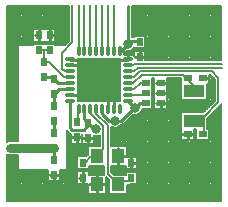
<source format=gtl>
%FSLAX24Y24*%
%MOIN*%
G70*
G01*
G75*
G04 Layer_Physical_Order=1*
G04 Layer_Color=255*
%ADD10C,0.0080*%
%ADD11R,0.0200X0.0250*%
%ADD12O,0.0118X0.0335*%
%ADD13O,0.0335X0.0118*%
%ADD14R,0.1457X0.1457*%
%ADD15R,0.0433X0.0472*%
%ADD16R,0.0709X0.0394*%
%ADD17R,0.0250X0.0200*%
%ADD18C,0.0100*%
%ADD19C,0.0060*%
%ADD20C,0.0300*%
%ADD21C,0.0320*%
%ADD22C,0.0240*%
D10*
X7261Y3316D02*
G03*
X7280Y3341I-85J85D01*
G01*
X7261Y3316D02*
G03*
X7280Y3341I-85J85D01*
G01*
X4108Y5101D02*
G03*
X4365Y5210I47J245D01*
G01*
X4365Y4956D02*
G03*
X4278Y4984I-87J-121D01*
G01*
X4329Y2983D02*
G03*
X4653Y3186I77J238D01*
G01*
X3945Y2657D02*
G03*
X4044Y2698I0J140D01*
G01*
X4171Y654D02*
G03*
X4228Y668I0J120D01*
G01*
X4171Y654D02*
G03*
X4228Y668I0J120D01*
G01*
X3945Y2657D02*
G03*
X4044Y2698I0J140D01*
G01*
X3612Y2577D02*
G03*
X3938Y2657I119J220D01*
G01*
X3021Y2271D02*
G03*
X3225Y2300I69J240D01*
G01*
X2208Y2383D02*
G03*
X2261Y2350I99J99D01*
G01*
X2208Y2383D02*
G03*
X2261Y2350I99J99D01*
G01*
X235Y2118D02*
G03*
X120Y2088I0J-240D01*
G01*
X120Y1667D02*
G03*
X235Y1638I115J211D01*
G01*
X7229Y4806D02*
X7229Y6630D01*
X7280Y4806D02*
X7280Y6630D01*
X7159Y4806D02*
X7159Y6630D01*
X4745Y5073D02*
X7280Y5073D01*
X4745Y5003D02*
X7280Y5003D01*
X4745Y5213D02*
X7280Y5213D01*
X6739Y4806D02*
X6739Y6630D01*
X6809Y4806D02*
X6809Y6630D01*
X6669Y4806D02*
X6669Y6630D01*
X6949Y4806D02*
X6949Y6630D01*
X7019Y4806D02*
X7019Y6630D01*
X6879Y4806D02*
X6879Y6630D01*
X6389Y4806D02*
X6389Y6630D01*
X6459Y4806D02*
X6459Y6630D01*
X6319Y4806D02*
X6319Y6630D01*
X6599Y4806D02*
X6599Y6630D01*
X7089Y4806D02*
X7089Y6630D01*
X6529Y4806D02*
X6529Y6630D01*
X6039Y4806D02*
X6039Y6630D01*
X6109Y4806D02*
X6109Y6630D01*
X5969Y4806D02*
X5969Y6630D01*
X6249Y4806D02*
X6249Y6630D01*
X6179Y4806D02*
X6179Y6630D01*
X4295Y6263D02*
X7280Y6263D01*
X4295Y6193D02*
X7280Y6193D01*
X4295Y6333D02*
X7280Y6333D01*
X4295Y6053D02*
X7280Y6053D01*
X4295Y5983D02*
X7280Y5983D01*
X4295Y6123D02*
X7280Y6123D01*
X4295Y6613D02*
X7280Y6613D01*
X4295Y6543D02*
X7280Y6543D01*
X4295Y6630D02*
X7280Y6630D01*
X4295Y6403D02*
X7280Y6403D01*
X4295Y6473D02*
X7280Y6473D01*
X4745Y5493D02*
X7280Y5493D01*
X4745Y5423D02*
X7280Y5423D01*
X4745Y5563D02*
X7280Y5563D01*
X4745Y5353D02*
X7280Y5353D01*
X4745Y5283D02*
X7280Y5283D01*
X4301Y5143D02*
X7280Y5143D01*
X4295Y5843D02*
X7280Y5843D01*
X4295Y5773D02*
X7280Y5773D01*
X4295Y5913D02*
X7280Y5913D01*
X4295Y5633D02*
X7280Y5633D01*
X4295Y5703D02*
X7280Y5703D01*
X6907Y4324D02*
X7056Y4175D01*
X6876Y4163D02*
X7056Y4163D01*
X6876Y4093D02*
X7056Y4093D01*
X6806Y3883D02*
X7056Y3883D01*
X6806Y3813D02*
X7056Y3813D01*
X6806Y4023D02*
X7056Y4023D01*
X6876Y4303D02*
X6928Y4303D01*
X6876Y4026D02*
X6876Y4324D01*
X6907Y4324D01*
X6876Y4233D02*
X6998Y4233D01*
X6806Y4026D02*
X6876Y4026D01*
X6806Y3953D02*
X7056Y3953D01*
X6806Y3673D02*
X7056Y3673D01*
X6806Y3603D02*
X7056Y3603D01*
X6806Y3743D02*
X7056Y3743D01*
X6806Y3533D02*
X7056Y3533D01*
X7019Y3414D02*
X7019Y4212D01*
X6949Y3344D02*
X6949Y4282D01*
X6879Y3274D02*
X6879Y4324D01*
X7056Y3451D02*
X7056Y4175D01*
X6806Y3485D02*
X6806Y4026D01*
X4745Y4863D02*
X7280Y4863D01*
X4745Y4806D02*
X7280Y4806D01*
X4745Y4933D02*
X7280Y4933D01*
X5946Y4059D02*
X5946Y4198D01*
X5476Y4163D02*
X5946Y4163D01*
X5476Y4093D02*
X5946Y4093D01*
X5476Y4023D02*
X5917Y4023D01*
X5476Y4203D02*
X5941Y4203D01*
X5476Y3883D02*
X5917Y3883D01*
X5476Y3953D02*
X5917Y3953D01*
X5917Y3485D02*
X6806Y3485D01*
X5476Y3463D02*
X7056Y3463D01*
X5476Y3673D02*
X5917Y3673D01*
X5476Y3323D02*
X6928Y3323D01*
X5476Y3253D02*
X6858Y3253D01*
X5476Y3393D02*
X6998Y3393D01*
X5476Y3813D02*
X5917Y3813D01*
X5917Y3485D02*
X5917Y4059D01*
X5476Y3743D02*
X5917Y3743D01*
X5476Y3533D02*
X5917Y3533D01*
X5476Y3603D02*
X5917Y3603D01*
X5479Y4806D02*
X5479Y6630D01*
X5549Y4806D02*
X5549Y6630D01*
X5409Y4806D02*
X5409Y6630D01*
X5829Y4806D02*
X5829Y6630D01*
X5899Y4806D02*
X5899Y6630D01*
X5619Y4806D02*
X5619Y6630D01*
X4709Y5631D02*
X4709Y6630D01*
X5339Y4806D02*
X5339Y6630D01*
X4639Y5631D02*
X4639Y6630D01*
X4745Y5201D02*
X4745Y5631D01*
X4709Y5131D02*
X4709Y5201D01*
X4639Y5131D02*
X4639Y5201D01*
X5129Y4806D02*
X5129Y6630D01*
X5199Y4806D02*
X5199Y6630D01*
X5059Y4806D02*
X5059Y6630D01*
X5689Y4806D02*
X5689Y6630D01*
X5759Y4806D02*
X5759Y6630D01*
X5269Y4806D02*
X5269Y6630D01*
X4919Y4806D02*
X4919Y6630D01*
X4989Y4806D02*
X4989Y6630D01*
X4849Y4806D02*
X4849Y6630D01*
X4779Y4806D02*
X4779Y6630D01*
X4745Y4806D02*
X4745Y5131D01*
X4499Y5631D02*
X4499Y6630D01*
X4569Y5631D02*
X4569Y6630D01*
X4365Y5631D02*
X4745Y5631D01*
X4365Y5201D02*
X4745Y5201D01*
X4429Y5131D02*
X4429Y5201D01*
X4365Y5131D02*
X4745Y5131D01*
X4429Y5631D02*
X4429Y6630D01*
X4359Y5576D02*
X4359Y6630D01*
X4295Y5576D02*
X4295Y6620D01*
X4365Y5576D02*
X4365Y5631D01*
X4295Y5576D02*
X4365Y5576D01*
X4499Y5131D02*
X4499Y5201D01*
X4569Y5131D02*
X4569Y5201D01*
X4365Y4956D02*
X4365Y5131D01*
X4080Y5073D02*
X4365Y5073D01*
X4289Y4984D02*
X4289Y5135D01*
X4359Y4960D02*
X4359Y5201D01*
X4219Y4984D02*
X4219Y5104D01*
X4149Y4984D02*
X4149Y5096D01*
X4043Y5036D02*
X4108Y5101D01*
X5476Y3906D02*
X5476Y4203D01*
X5476Y3866D02*
X5476Y3906D01*
X5476Y3866D02*
X5476Y3906D01*
X5046Y3906D02*
X5046Y4203D01*
X4976Y4023D02*
X5046Y4023D01*
X5046Y3866D02*
X5046Y3906D01*
X5046Y3866D02*
X5046Y3906D01*
X5476Y3566D02*
X5476Y3866D01*
X5476Y3526D02*
X5476Y3566D01*
X5046Y3526D02*
X5046Y3566D01*
X4976Y3463D02*
X5046Y3463D01*
X4976Y3533D02*
X5046Y3533D01*
X5046Y3526D02*
X5046Y3866D01*
X4976Y3393D02*
X5046Y3393D01*
X4976Y3253D02*
X5046Y3253D01*
X4976Y3323D02*
X5046Y3323D01*
X4976Y4163D02*
X5046Y4163D01*
X4976Y4093D02*
X5046Y4093D01*
X4976Y4203D02*
X5046Y4203D01*
X4043Y5002D02*
X4043Y5036D01*
X4079Y4984D02*
X4079Y5072D01*
X4043Y5003D02*
X4365Y5003D01*
X4061Y4984D02*
X4278Y4984D01*
X4976Y3883D02*
X5046Y3883D01*
X4976Y3813D02*
X5046Y3813D01*
X4976Y3953D02*
X5046Y3953D01*
X4976Y3673D02*
X5046Y3673D01*
X4976Y3603D02*
X5046Y3603D01*
X4976Y3743D02*
X5046Y3743D01*
X4976Y3866D02*
X4976Y3906D01*
X4976Y3866D02*
X4976Y3906D01*
X4976Y4203D01*
X4976Y3526D02*
X4976Y3566D01*
X4976Y3866D01*
X7198Y3253D02*
X7280Y3253D01*
X7128Y3183D02*
X7280Y3183D01*
X7058Y3113D02*
X7280Y3113D01*
X6988Y3043D02*
X7280Y3043D01*
X6918Y2973D02*
X7280Y2973D01*
X6848Y2903D02*
X7280Y2903D01*
X6809Y3204D02*
X6809Y4026D01*
X6806Y2861D02*
X7261Y3316D01*
X6806Y2833D02*
X7280Y2833D01*
X6806Y2553D02*
X7280Y2553D01*
X6806Y2526D02*
X6866Y2526D01*
X6806Y2623D02*
X7280Y2623D01*
X7229Y120D02*
X7229Y3284D01*
X7280Y120D02*
X7280Y3341D01*
X7159Y120D02*
X7159Y3214D01*
X7019Y120D02*
X7019Y3074D01*
X7089Y120D02*
X7089Y3144D01*
X6866Y2483D02*
X7280Y2483D01*
X6879Y120D02*
X6879Y2934D01*
X6949Y120D02*
X6949Y3004D01*
X6809Y2526D02*
X6809Y2864D01*
X6866Y2146D02*
X6866Y2526D01*
X6806Y2526D02*
X6806Y2861D01*
X6739Y3134D02*
X6739Y3485D01*
X6669Y3075D02*
X6669Y3485D01*
X6599Y3075D02*
X6599Y3485D01*
X4653Y3183D02*
X6788Y3183D01*
X5917Y3075D02*
X6680Y3075D01*
X4631Y3113D02*
X6718Y3113D01*
X6249Y3075D02*
X6249Y3485D01*
X6389Y3075D02*
X6389Y3485D01*
X6179Y3075D02*
X6179Y3485D01*
X6529Y3075D02*
X6529Y3485D01*
X6459Y3075D02*
X6459Y3485D01*
X6806Y2763D02*
X7280Y2763D01*
X6806Y2693D02*
X7280Y2693D01*
X6680Y3075D02*
X7056Y3451D01*
X6366Y2501D02*
X6436Y2501D01*
X6436Y2146D02*
X6436Y2501D01*
X6366Y2483D02*
X6436Y2483D01*
X6319Y3075D02*
X6319Y3485D01*
X6366Y2146D02*
X6366Y2501D01*
X6109Y3075D02*
X6109Y3485D01*
X6389Y120D02*
X6389Y2501D01*
X6366Y2413D02*
X6436Y2413D01*
X6866Y2413D02*
X7280Y2413D01*
X6866Y2343D02*
X7280Y2343D01*
X6366Y2343D02*
X6436Y2343D01*
X6866Y2273D02*
X7280Y2273D01*
X6866Y2203D02*
X7280Y2203D01*
X6436Y2146D02*
X6866Y2146D01*
X6366Y2273D02*
X6436Y2273D01*
X6366Y2203D02*
X6436Y2203D01*
X5936Y2146D02*
X6366Y2146D01*
X6529Y120D02*
X6529Y2146D01*
X6599Y120D02*
X6599Y2146D01*
X6459Y120D02*
X6459Y2146D01*
X6739Y120D02*
X6739Y2146D01*
X6809Y120D02*
X6809Y2146D01*
X6669Y120D02*
X6669Y2146D01*
X6109Y120D02*
X6109Y2146D01*
X6179Y120D02*
X6179Y2146D01*
X6039Y120D02*
X6039Y2146D01*
X6319Y120D02*
X6319Y2146D01*
X6249Y120D02*
X6249Y2146D01*
X4470Y1503D02*
X7280Y1503D01*
X4470Y1433D02*
X7280Y1433D01*
X4470Y1573D02*
X7280Y1573D01*
X4470Y1293D02*
X7280Y1293D01*
X4470Y1223D02*
X7280Y1223D01*
X4470Y1363D02*
X7280Y1363D01*
X4137Y1853D02*
X7280Y1853D01*
X4137Y1783D02*
X7280Y1783D01*
X4137Y1923D02*
X7280Y1923D01*
X4137Y1643D02*
X7280Y1643D01*
X4137Y1713D02*
X7280Y1713D01*
X4470Y733D02*
X7280Y733D01*
X4216Y663D02*
X7280Y663D01*
X4137Y593D02*
X7280Y593D01*
X4137Y453D02*
X7280Y453D01*
X4137Y383D02*
X7280Y383D01*
X4137Y523D02*
X7280Y523D01*
X4470Y1013D02*
X7280Y1013D01*
X4470Y943D02*
X7280Y943D01*
X4470Y1083D02*
X7280Y1083D01*
X4470Y803D02*
X7280Y803D01*
X4470Y873D02*
X7280Y873D01*
X5689Y120D02*
X5689Y4203D01*
X5899Y120D02*
X5899Y4203D01*
X5619Y120D02*
X5619Y4203D01*
X5969Y3075D02*
X5969Y3485D01*
X6039Y3075D02*
X6039Y3485D01*
X5917Y2501D02*
X5917Y3075D01*
X5476Y3186D02*
X5476Y3566D01*
X5549Y120D02*
X5549Y4203D01*
X4976Y3186D02*
X4976Y3566D01*
X5046Y3186D02*
X5046Y3526D01*
X5046Y3186D02*
X5476Y3186D01*
X5759Y120D02*
X5759Y4203D01*
X5829Y120D02*
X5829Y4203D01*
X5479Y120D02*
X5479Y4203D01*
X5339Y120D02*
X5339Y3186D01*
X5409Y120D02*
X5409Y3186D01*
X5269Y120D02*
X5269Y3186D01*
X5129Y120D02*
X5129Y3186D01*
X5199Y120D02*
X5199Y3186D01*
X4989Y120D02*
X4989Y4203D01*
X5059Y120D02*
X5059Y3186D01*
X4919Y120D02*
X4919Y3186D01*
X4653Y3186D02*
X4976Y3186D01*
X4582Y3043D02*
X5917Y3043D01*
X4439Y2973D02*
X5917Y2973D01*
X4249Y2903D02*
X5917Y2903D01*
X4179Y2833D02*
X5917Y2833D01*
X4109Y2763D02*
X5917Y2763D01*
X4319Y2973D02*
X4373Y2973D01*
X4044Y2698D02*
X4329Y2983D01*
X4079Y1936D02*
X4079Y2733D01*
X4779Y120D02*
X4779Y3186D01*
X4849Y120D02*
X4849Y3186D01*
X4709Y120D02*
X4709Y3186D01*
X4569Y120D02*
X4569Y3031D01*
X4639Y120D02*
X4639Y3130D01*
X4499Y120D02*
X4499Y2989D01*
X4359Y1598D02*
X4359Y2975D01*
X4429Y1598D02*
X4429Y2972D01*
X4289Y1598D02*
X4289Y2943D01*
X4219Y1598D02*
X4219Y2873D01*
X4149Y1598D02*
X4149Y2803D01*
X5936Y2146D02*
X5936Y2501D01*
X4470Y1168D02*
X4470Y1598D01*
X4137Y1598D02*
X4470Y1598D01*
X4359Y1098D02*
X4359Y1168D01*
X4429Y1098D02*
X4429Y1168D01*
X4137Y1598D02*
X4137Y1936D01*
X4289Y1098D02*
X4289Y1168D01*
X4149Y1098D02*
X4149Y1168D01*
X4470Y668D02*
X4470Y1098D01*
X5969Y120D02*
X5969Y2146D01*
X4228Y668D02*
X4470Y668D01*
X4359Y120D02*
X4359Y668D01*
X4429Y120D02*
X4429Y668D01*
X4289Y120D02*
X4289Y668D01*
X4219Y1098D02*
X4219Y1168D01*
X4219Y120D02*
X4219Y664D01*
X4149Y120D02*
X4149Y654D01*
X4039Y2693D02*
X5917Y2693D01*
X3911Y2623D02*
X5917Y2623D01*
X4090Y1168D02*
X4470Y1168D01*
X4090Y1098D02*
X4470Y1098D01*
X4090Y1168D02*
X4090Y1284D01*
X4009Y1936D02*
X4009Y2672D01*
X3869Y1936D02*
X3869Y2588D01*
X4090Y996D02*
X4090Y1098D01*
X4137Y344D02*
X4137Y654D01*
X4079Y996D02*
X4079Y1284D01*
X4137Y654D02*
X4171Y654D01*
X4079Y120D02*
X4079Y344D01*
X4009Y120D02*
X4009Y344D01*
X3939Y996D02*
X3939Y1284D01*
X4009Y996D02*
X4009Y1284D01*
X3869Y996D02*
X3869Y1284D01*
X3939Y120D02*
X3939Y344D01*
X3869Y120D02*
X3869Y344D01*
X1745Y5843D02*
X2192Y5843D01*
X2192Y5454D02*
X2192Y6630D01*
X1745Y5773D02*
X2192Y5773D01*
X1745Y5633D02*
X2192Y5633D01*
X1745Y5563D02*
X2192Y5563D01*
X1745Y5703D02*
X2192Y5703D01*
X1699Y5861D02*
X1699Y6630D01*
X2189Y5451D02*
X2189Y6630D01*
X1559Y5861D02*
X1559Y6630D01*
X1745Y5493D02*
X2192Y5493D01*
X1745Y5431D02*
X1745Y5861D01*
X1629Y5861D02*
X1629Y6630D01*
X1909Y5326D02*
X1909Y6630D01*
X1979Y5326D02*
X1979Y6630D01*
X1839Y5326D02*
X1839Y6630D01*
X2119Y5381D02*
X2119Y6630D01*
X2064Y5326D02*
X2192Y5454D01*
X2049Y5326D02*
X2049Y6630D01*
X1699Y5361D02*
X1699Y5431D01*
X1769Y5326D02*
X1769Y6630D01*
X1559Y5361D02*
X1559Y5431D01*
X1745Y5326D02*
X1745Y5361D01*
X1629Y5361D02*
X1629Y5431D01*
X120Y6263D02*
X2192Y6263D01*
X120Y6193D02*
X2192Y6193D01*
X120Y6333D02*
X2192Y6333D01*
X120Y6053D02*
X2192Y6053D01*
X120Y5983D02*
X2192Y5983D01*
X120Y6123D02*
X2192Y6123D01*
X120Y6613D02*
X2192Y6613D01*
X120Y6543D02*
X2192Y6543D01*
X120Y6630D02*
X2192Y6630D01*
X120Y6403D02*
X2192Y6403D01*
X120Y6473D02*
X2192Y6473D01*
X1395Y5861D02*
X1745Y5861D01*
X120Y5913D02*
X2192Y5913D01*
X1395Y5431D02*
X1745Y5431D01*
X120Y5423D02*
X2161Y5423D01*
X1489Y5861D02*
X1489Y6630D01*
X1419Y5861D02*
X1419Y6630D01*
X1489Y5361D02*
X1489Y5431D01*
X1419Y5361D02*
X1419Y5431D01*
X3785Y2553D02*
X5917Y2553D01*
X3612Y2483D02*
X5936Y2483D01*
X3612Y2413D02*
X5936Y2413D01*
X3612Y2273D02*
X5936Y2273D01*
X3612Y2203D02*
X5936Y2203D01*
X3612Y2343D02*
X5936Y2343D01*
X3612Y2553D02*
X3677Y2553D01*
X3168Y2273D02*
X3225Y2273D01*
X3021Y2203D02*
X3225Y2203D01*
X3021Y2133D02*
X3225Y2133D01*
X3612Y2133D02*
X7280Y2133D01*
X3021Y2063D02*
X3225Y2063D01*
X3612Y1993D02*
X7280Y1993D01*
X3612Y1936D02*
X4137Y1936D01*
X3612Y2063D02*
X7280Y2063D01*
X3021Y2011D02*
X3021Y2271D01*
X3099Y1936D02*
X3099Y2261D01*
X2959Y1936D02*
X2959Y2011D01*
X2889Y1936D02*
X2889Y2011D01*
X2125Y2343D02*
X2261Y2343D01*
X2125Y2273D02*
X2261Y2273D01*
X1745Y5353D02*
X2091Y5353D01*
X1745Y5326D02*
X2064Y5326D01*
X1395Y5361D02*
X1745Y5361D01*
X2141Y2450D02*
X2208Y2383D01*
X2125Y2413D02*
X2178Y2413D01*
X2641Y2017D02*
X2641Y2342D01*
X2641Y2017D02*
X2641Y2342D01*
X2261Y2017D02*
X2641Y2017D01*
X2641Y2011D02*
X3021Y2011D01*
X2125Y1993D02*
X3225Y1993D01*
X2261Y2017D02*
X2261Y2350D01*
X2125Y2203D02*
X2261Y2203D01*
X2125Y2063D02*
X2261Y2063D01*
X2125Y2133D02*
X2261Y2133D01*
X1279Y5861D02*
X1279Y6630D01*
X1349Y5861D02*
X1349Y6630D01*
X1015Y5861D02*
X1365Y5861D01*
X1349Y5361D02*
X1349Y5431D01*
X1015Y5431D02*
X1365Y5431D01*
X1139Y5861D02*
X1139Y6630D01*
X1209Y5861D02*
X1209Y6630D01*
X1069Y5861D02*
X1069Y6630D01*
X1015Y5431D02*
X1015Y5861D01*
X1209Y5361D02*
X1209Y5431D01*
X1279Y5361D02*
X1279Y5431D01*
X1139Y5361D02*
X1139Y5431D01*
X1015Y5361D02*
X1365Y5361D01*
X1069Y5361D02*
X1069Y5431D01*
X1015Y5326D02*
X1015Y5361D01*
X789Y5326D02*
X789Y6630D01*
X859Y5326D02*
X859Y6630D01*
X719Y5326D02*
X719Y6630D01*
X999Y5326D02*
X999Y6630D01*
X929Y5326D02*
X929Y6630D01*
X120Y5773D02*
X1015Y5773D01*
X120Y5703D02*
X1015Y5703D01*
X120Y5843D02*
X1015Y5843D01*
X120Y5563D02*
X1015Y5563D01*
X120Y5493D02*
X1015Y5493D01*
X120Y5633D02*
X1015Y5633D01*
X579Y5326D02*
X579Y6630D01*
X649Y5326D02*
X649Y6630D01*
X509Y5326D02*
X509Y6630D01*
X505Y5326D02*
X1015Y5326D01*
X120Y5353D02*
X1015Y5353D01*
X439Y2118D02*
X439Y6630D01*
X505Y2118D02*
X505Y5326D01*
X120Y5283D02*
X505Y5283D01*
X120Y5143D02*
X505Y5143D01*
X120Y5073D02*
X505Y5073D01*
X120Y5213D02*
X505Y5213D01*
X229Y2118D02*
X229Y6630D01*
X159Y2105D02*
X159Y6630D01*
X120Y2088D02*
X120Y6630D01*
X369Y2118D02*
X369Y6630D01*
X299Y2118D02*
X299Y6630D01*
X120Y3043D02*
X505Y3043D01*
X120Y2973D02*
X505Y2973D01*
X120Y3113D02*
X505Y3113D01*
X120Y2833D02*
X505Y2833D01*
X120Y2763D02*
X505Y2763D01*
X120Y2903D02*
X505Y2903D01*
X120Y3393D02*
X505Y3393D01*
X120Y3323D02*
X505Y3323D01*
X120Y3463D02*
X505Y3463D01*
X120Y3183D02*
X505Y3183D01*
X120Y3253D02*
X505Y3253D01*
X120Y2623D02*
X505Y2623D01*
X120Y2553D02*
X505Y2553D01*
X120Y2693D02*
X505Y2693D01*
X120Y2413D02*
X505Y2413D01*
X120Y2343D02*
X505Y2343D01*
X120Y2483D02*
X505Y2483D01*
X120Y2203D02*
X505Y2203D01*
X120Y2133D02*
X505Y2133D01*
X120Y2273D02*
X505Y2273D01*
X235Y2118D02*
X505Y2118D01*
X120Y4583D02*
X505Y4583D01*
X120Y4513D02*
X505Y4513D01*
X120Y4653D02*
X505Y4653D01*
X120Y4373D02*
X505Y4373D01*
X120Y4303D02*
X505Y4303D01*
X120Y4443D02*
X505Y4443D01*
X120Y4933D02*
X505Y4933D01*
X120Y4863D02*
X505Y4863D01*
X120Y5003D02*
X505Y5003D01*
X120Y4723D02*
X505Y4723D01*
X120Y4793D02*
X505Y4793D01*
X120Y3813D02*
X505Y3813D01*
X120Y3743D02*
X505Y3743D01*
X120Y3883D02*
X505Y3883D01*
X120Y3603D02*
X505Y3603D01*
X120Y3533D02*
X505Y3533D01*
X120Y3673D02*
X505Y3673D01*
X120Y4163D02*
X505Y4163D01*
X120Y4093D02*
X505Y4093D01*
X120Y4233D02*
X505Y4233D01*
X120Y3953D02*
X505Y3953D01*
X120Y4023D02*
X505Y4023D01*
X3729Y1936D02*
X3729Y2547D01*
X3799Y1936D02*
X3799Y2556D01*
X3612Y1284D02*
X4090Y1284D01*
X3612Y1153D02*
X7280Y1153D01*
X3612Y1083D02*
X4090Y1083D01*
X3612Y1223D02*
X4090Y1223D01*
X3612Y1936D02*
X3612Y2577D01*
X3659Y1936D02*
X3659Y2558D01*
X3225Y1936D02*
X3225Y2300D01*
X3169Y1936D02*
X3169Y2273D01*
X3612Y1067D02*
X3612Y1284D01*
X3029Y1936D02*
X3029Y2269D01*
X3729Y996D02*
X3729Y1284D01*
X3799Y996D02*
X3799Y1284D01*
X3659Y1020D02*
X3659Y1284D01*
X3666Y1013D02*
X4090Y1013D01*
X3683Y996D02*
X4090Y996D01*
X3612Y1067D02*
X3683Y996D01*
X3169Y996D02*
X3169Y1284D01*
X3239Y996D02*
X3239Y1284D01*
X3099Y996D02*
X3099Y1284D01*
X3372Y1017D02*
X3372Y1284D01*
X3309Y996D02*
X3309Y1284D01*
X2824Y1936D02*
X3225Y1936D01*
X2125Y1923D02*
X2824Y1923D01*
X2125Y1853D02*
X2824Y1853D01*
X2125Y1713D02*
X2824Y1713D01*
X2860Y1284D02*
X3372Y1284D01*
X2125Y1783D02*
X2824Y1783D01*
X2824Y1653D02*
X2824Y1936D01*
X2819Y1648D02*
X2819Y2011D01*
X2779Y1608D02*
X2824Y1653D01*
X2480Y1608D02*
X2779Y1608D01*
X2125Y1643D02*
X2814Y1643D01*
X2959Y996D02*
X2959Y1284D01*
X3029Y996D02*
X3029Y1284D01*
X2889Y996D02*
X2889Y1284D01*
X2860Y1223D02*
X3372Y1223D01*
X2860Y1083D02*
X3372Y1083D01*
X2125Y1153D02*
X3372Y1153D01*
X2860Y1178D02*
X2860Y1284D01*
X2819Y1108D02*
X2819Y1178D01*
X2480Y1178D02*
X2860Y1178D01*
X2860Y996D02*
X2860Y1108D01*
X2480Y1108D02*
X2860Y1108D01*
X3436Y803D02*
X3524Y803D01*
X3436Y733D02*
X3524Y733D01*
X3436Y903D02*
X3524Y815D01*
X3436Y593D02*
X3524Y593D01*
X3436Y383D02*
X3524Y383D01*
X3436Y663D02*
X3524Y663D01*
X3436Y873D02*
X3466Y873D01*
X3524Y344D02*
X3524Y815D01*
X3436Y344D02*
X3436Y903D01*
X3436Y453D02*
X3524Y453D01*
X3436Y523D02*
X3524Y523D01*
X3589Y120D02*
X3589Y344D01*
X3659Y120D02*
X3659Y344D01*
X3519Y120D02*
X3519Y820D01*
X3729Y120D02*
X3729Y344D01*
X3799Y120D02*
X3799Y344D01*
X3524Y344D02*
X4137Y344D01*
X3379Y120D02*
X3379Y344D01*
X3449Y120D02*
X3449Y890D01*
X3309Y120D02*
X3309Y344D01*
X3239Y120D02*
X3239Y344D01*
X3169Y120D02*
X3169Y344D01*
X2860Y996D02*
X3374Y996D01*
X120Y663D02*
X2823Y663D01*
X2480Y678D02*
X2823Y678D01*
X120Y593D02*
X2823Y593D01*
X120Y523D02*
X2823Y523D01*
X120Y383D02*
X2823Y383D01*
X120Y453D02*
X2823Y453D01*
X2823Y344D02*
X3436Y344D01*
X3099Y120D02*
X3099Y344D01*
X120Y313D02*
X7280Y313D01*
X120Y173D02*
X7280Y173D01*
X120Y120D02*
X7280Y120D01*
X120Y243D02*
X7280Y243D01*
X2823Y344D02*
X2823Y678D01*
X2889Y120D02*
X2889Y344D01*
X2819Y120D02*
X2819Y678D01*
X3029Y120D02*
X3029Y344D01*
X2959Y120D02*
X2959Y344D01*
X2609Y1608D02*
X2609Y2017D01*
X2679Y1608D02*
X2679Y2011D01*
X2539Y1608D02*
X2539Y2017D01*
X2749Y1608D02*
X2749Y2011D01*
X2125Y1573D02*
X2480Y1573D01*
X2125Y1503D02*
X2480Y1503D01*
X2480Y1178D02*
X2480Y1608D01*
X2125Y1146D02*
X2125Y2469D01*
X2125Y1433D02*
X2480Y1433D01*
X2125Y1293D02*
X2480Y1293D01*
X2125Y1223D02*
X2480Y1223D01*
X2125Y1363D02*
X2480Y1363D01*
X2539Y1108D02*
X2539Y1178D01*
X2469Y120D02*
X2469Y2017D01*
X2399Y120D02*
X2399Y2017D01*
X2679Y1108D02*
X2679Y1178D01*
X2749Y1108D02*
X2749Y1178D01*
X2609Y1108D02*
X2609Y1178D01*
X2259Y120D02*
X2259Y2351D01*
X2329Y120D02*
X2329Y2017D01*
X2189Y120D02*
X2189Y2402D01*
X1489Y120D02*
X1489Y1146D01*
X1349Y120D02*
X1349Y1146D01*
X235Y1638D02*
X505Y1638D01*
X120Y1573D02*
X505Y1573D01*
X120Y1503D02*
X505Y1503D01*
X120Y1363D02*
X505Y1363D01*
X120Y1153D02*
X505Y1153D01*
X120Y1433D02*
X505Y1433D01*
X120Y1643D02*
X184Y1643D01*
X505Y1146D02*
X505Y1638D01*
X120Y1223D02*
X505Y1223D01*
X120Y1293D02*
X505Y1293D01*
X1069Y120D02*
X1069Y1146D01*
X1139Y120D02*
X1139Y1146D01*
X439Y120D02*
X439Y1638D01*
X1209Y120D02*
X1209Y1146D01*
X1279Y120D02*
X1279Y1146D01*
X505Y1146D02*
X1515Y1146D01*
X159Y120D02*
X159Y1650D01*
X229Y120D02*
X229Y1638D01*
X120Y120D02*
X120Y1667D01*
X369Y120D02*
X369Y1638D01*
X299Y120D02*
X299Y1638D01*
X1895Y1083D02*
X2480Y1083D01*
X1895Y1013D02*
X2480Y1013D01*
X1895Y943D02*
X2480Y943D01*
X1895Y781D02*
X1895Y1146D01*
X2480Y678D02*
X2480Y1108D01*
X1895Y1146D02*
X2125Y1146D01*
X1895Y803D02*
X2480Y803D01*
X1895Y873D02*
X2480Y873D01*
X2119Y120D02*
X2119Y1146D01*
X2539Y120D02*
X2539Y678D01*
X2049Y120D02*
X2049Y1146D01*
X2679Y120D02*
X2679Y678D01*
X2749Y120D02*
X2749Y678D01*
X2609Y120D02*
X2609Y678D01*
X1909Y120D02*
X1909Y1146D01*
X1979Y120D02*
X1979Y1146D01*
X1839Y120D02*
X1839Y781D01*
X1769Y120D02*
X1769Y781D01*
X1699Y120D02*
X1699Y781D01*
X120Y1083D02*
X1515Y1083D01*
X1515Y781D02*
X1895Y781D01*
X120Y733D02*
X2480Y733D01*
X120Y1013D02*
X1515Y1013D01*
X1515Y781D02*
X1515Y1146D01*
X120Y943D02*
X1515Y943D01*
X120Y803D02*
X1515Y803D01*
X120Y873D02*
X1515Y873D01*
X929Y120D02*
X929Y1146D01*
X999Y120D02*
X999Y1146D01*
X859Y120D02*
X859Y1146D01*
X1559Y120D02*
X1559Y781D01*
X1629Y120D02*
X1629Y781D01*
X1419Y120D02*
X1419Y1146D01*
X579Y120D02*
X579Y1146D01*
X649Y120D02*
X649Y1146D01*
X509Y120D02*
X509Y1146D01*
X789Y120D02*
X789Y1146D01*
X719Y120D02*
X719Y1146D01*
D11*
X4280Y883D02*
D03*
X4280Y1383D02*
D03*
X2670Y1393D02*
D03*
X2670Y893D02*
D03*
X1555Y5146D02*
D03*
X1555Y5646D02*
D03*
X1205Y5146D02*
D03*
X1205Y5646D02*
D03*
X2831Y2226D02*
D03*
X2831Y2726D02*
D03*
X1705Y2396D02*
D03*
X1705Y1896D02*
D03*
X1705Y996D02*
D03*
X1705Y1496D02*
D03*
X1705Y3696D02*
D03*
X1705Y4196D02*
D03*
X1355Y4246D02*
D03*
X1355Y4746D02*
D03*
X1705Y2796D02*
D03*
X1705Y3296D02*
D03*
X2451Y2232D02*
D03*
X2451Y2732D02*
D03*
X4555Y5416D02*
D03*
X4555Y4916D02*
D03*
D12*
X3894Y3181D02*
D03*
X3697Y3181D02*
D03*
X3500Y3181D02*
D03*
X3303Y3181D02*
D03*
X3107Y3181D02*
D03*
X2910Y3181D02*
D03*
X2713Y3181D02*
D03*
X2516Y3181D02*
D03*
X2516Y5111D02*
D03*
X2713Y5111D02*
D03*
X2910Y5111D02*
D03*
X3107Y5111D02*
D03*
X3303Y5111D02*
D03*
X3500Y5111D02*
D03*
X3697Y5111D02*
D03*
X3894Y5111D02*
D03*
D13*
X2240Y3457D02*
D03*
X2240Y3654D02*
D03*
X2240Y3851D02*
D03*
X2240Y4048D02*
D03*
X2240Y4244D02*
D03*
X2240Y4441D02*
D03*
X2240Y4638D02*
D03*
X2240Y4835D02*
D03*
X4170Y4835D02*
D03*
X4170Y4638D02*
D03*
X4170Y4441D02*
D03*
X4170Y4244D02*
D03*
X4170Y4048D02*
D03*
X4170Y3851D02*
D03*
X4170Y3654D02*
D03*
X4170Y3457D02*
D03*
D14*
X3205Y4146D02*
D03*
D15*
X3129Y670D02*
D03*
X3831Y670D02*
D03*
X3131Y1610D02*
D03*
X3831Y1610D02*
D03*
D16*
X6361Y3772D02*
D03*
X6361Y2788D02*
D03*
D17*
X5261Y3376D02*
D03*
X4761Y3376D02*
D03*
X4761Y4056D02*
D03*
X5261Y4056D02*
D03*
X6161Y4216D02*
D03*
X6661Y4216D02*
D03*
X6651Y2336D02*
D03*
X6151Y2336D02*
D03*
X4761Y3716D02*
D03*
X5261Y3716D02*
D03*
D18*
X6661Y4216D02*
X6836Y4216D01*
X4555Y4916D02*
X4555Y5091D01*
X5261Y4056D02*
X5436Y4056D01*
X5261Y3716D02*
X5436Y3716D01*
X5086Y3716D02*
X5261Y3716D01*
X5086Y4056D02*
X5261Y4056D01*
X5086Y3376D02*
X5261Y3376D01*
X5436Y3376D01*
X4405Y4916D02*
X4555Y4916D01*
X4705Y4916D01*
X4170Y4835D02*
X4170Y4944D01*
X6151Y2336D02*
X6326Y2336D01*
X6151Y2186D02*
X6151Y2336D01*
X5976Y2336D02*
X6151Y2336D01*
X5261Y3226D02*
X5261Y3376D01*
X4280Y1383D02*
X4430Y1383D01*
X4280Y1383D02*
X4280Y1558D01*
X4280Y1208D02*
X4280Y1383D01*
X3831Y1610D02*
X4097Y1610D01*
X3831Y1324D02*
X3831Y1610D01*
X3831Y1896D01*
X1555Y5646D02*
X1555Y5821D01*
X1555Y5646D02*
X1705Y5646D01*
X1555Y5471D02*
X1555Y5646D01*
X2831Y2226D02*
X2981Y2226D01*
X2831Y2051D02*
X2831Y2226D01*
X2301Y2232D02*
X2451Y2232D01*
X2601Y2232D01*
X2681Y2226D02*
X2831Y2226D01*
X2451Y2057D02*
X2451Y2232D01*
X1205Y5471D02*
X1205Y5646D01*
X1055Y5646D02*
X1205Y5646D01*
X1205Y5821D01*
X3129Y670D02*
X3129Y956D01*
X3129Y670D02*
X3396Y670D01*
X2863Y670D02*
X3129Y670D01*
X3129Y384D02*
X3129Y670D01*
X2670Y893D02*
X2670Y1068D01*
X2520Y893D02*
X2670Y893D01*
X2670Y718D02*
X2670Y893D01*
X1555Y996D02*
X1705Y996D01*
X1705Y821D02*
X1705Y996D01*
X1855Y996D01*
X4367Y3219D02*
X4414Y3219D01*
X3905Y5096D02*
X4155Y5346D01*
X4155Y6620D01*
X4561Y3376D02*
X4761Y3376D01*
X4406Y3221D02*
X4561Y3376D01*
X2713Y2832D02*
X2857Y2688D01*
X4170Y3457D02*
X4406Y3221D01*
X4155Y5346D02*
X4245Y5436D01*
X3731Y2797D02*
X3945Y2797D01*
X3531Y2797D02*
X3731Y2797D01*
X3945Y2797D02*
X4367Y3219D01*
X3303Y3025D02*
X3531Y2797D01*
X3303Y3025D02*
X3303Y3181D01*
X2831Y2726D02*
X3047Y2511D01*
X2307Y2482D02*
X2686Y2482D01*
X2240Y2549D02*
X2307Y2482D01*
X2240Y2549D02*
X2240Y3457D01*
X2686Y2482D02*
X2812Y2608D01*
X3894Y3181D02*
X3905Y3170D01*
X3500Y3181D02*
X3500Y3498D01*
X2713Y2832D02*
X2713Y3181D01*
X4245Y5436D02*
X4551Y5436D01*
X4155Y4826D02*
X4165Y4836D01*
X3697Y3498D02*
X3705Y3506D01*
X1675Y1846D02*
X1695Y1866D01*
X1834Y4054D02*
X2233Y4054D01*
X1692Y4196D02*
X1834Y4054D01*
X1853Y3857D02*
X2233Y3857D01*
X1705Y3316D02*
X1705Y3696D01*
X1695Y3306D02*
X1705Y3316D01*
X1692Y3696D02*
X1853Y3857D01*
X1695Y2396D02*
X1705Y2406D01*
X1705Y2816D01*
X1705Y4246D02*
X1715Y4236D01*
X1355Y4246D02*
X1705Y4246D01*
X2240Y3654D02*
X2717Y3654D01*
X2735Y3636D01*
X3895Y4826D02*
X4155Y4826D01*
X3815Y4746D02*
X3895Y4826D01*
X1695Y1506D02*
X1705Y1516D01*
X1705Y1876D01*
X3697Y3181D02*
X3697Y3498D01*
X2240Y4638D02*
X2713Y4638D01*
X3205Y4146D01*
X2240Y4835D02*
X2249Y4826D01*
X2525Y4826D01*
X3205Y4146D01*
D19*
X2910Y3047D02*
X2910Y3181D01*
X2910Y3047D02*
X3345Y2613D01*
X2312Y5404D02*
X2312Y6634D01*
X1971Y5063D02*
X2312Y5404D01*
X1971Y4530D02*
X1971Y5063D01*
X1971Y4530D02*
X2060Y4441D01*
X3697Y5111D02*
X3697Y6640D01*
X3500Y5111D02*
X3500Y6640D01*
X3303Y5111D02*
X3303Y6640D01*
X3107Y5111D02*
X3107Y6640D01*
X2910Y5111D02*
X2910Y6640D01*
X2713Y5111D02*
X2713Y6640D01*
X2516Y5111D02*
X2516Y6640D01*
X3123Y1626D02*
X3345Y1848D01*
X3735Y774D02*
X4171Y774D01*
X3492Y1017D02*
X3735Y774D01*
X3492Y1017D02*
X3492Y2638D01*
X6682Y2316D02*
X6682Y2907D01*
X4171Y774D02*
X4280Y883D01*
X3107Y3023D02*
X3107Y3181D01*
X4170Y3851D02*
X4379Y3851D01*
X4584Y4056D01*
X4781Y4056D01*
X4676Y3654D02*
X4751Y3729D01*
X4170Y3654D02*
X4676Y3654D01*
X3345Y1848D02*
X3345Y2613D01*
X3107Y3023D02*
X3492Y2638D01*
X2679Y1429D02*
X2769Y1429D01*
X2913Y1573D01*
X4622Y4323D02*
X5991Y4323D01*
X4347Y4048D02*
X4622Y4323D01*
X4170Y4048D02*
X4347Y4048D01*
X4145Y4236D02*
X4355Y4236D01*
X4563Y4444D01*
X2110Y4251D02*
X2233Y4251D01*
X2913Y1573D02*
X3020Y1573D01*
X2495Y2732D02*
X2495Y3196D01*
X1545Y4746D02*
X2045Y4246D01*
X2060Y4441D02*
X2240Y4441D01*
X1365Y4756D02*
X1365Y5146D01*
X1535Y5146D02*
X1545Y5156D01*
X1355Y4746D02*
X1545Y4746D01*
X1195Y5146D02*
X1535Y5146D01*
X2045Y4246D02*
X2245Y4246D01*
X4170Y4441D02*
X4370Y4441D01*
X4493Y4564D01*
X4170Y4638D02*
X4345Y4638D01*
X4393Y4686D01*
X4563Y4444D02*
X6957Y4444D01*
X4493Y4564D02*
X7290Y4564D01*
X4393Y4686D02*
X7290Y4686D01*
X5991Y4323D02*
X6352Y3962D01*
X6682Y2907D02*
X7176Y3401D01*
X7176Y4225D01*
X6957Y4444D02*
X7176Y4225D01*
D20*
X235Y1878D02*
X1705Y1878D01*
D21*
X4500Y6450D02*
D03*
X3731Y2797D02*
D03*
X1923Y5676D02*
D03*
X2000Y6450D02*
D03*
X5500Y1750D02*
D03*
X4283Y1746D02*
D03*
X300Y4250D02*
D03*
X300Y1500D02*
D03*
X300Y2250D02*
D03*
X4406Y3221D02*
D03*
X3091Y2511D02*
D03*
X4713Y826D02*
D03*
X7100Y300D02*
D03*
X6936Y3898D02*
D03*
X7100Y1700D02*
D03*
X5260Y3010D02*
D03*
X5500Y6450D02*
D03*
X3830Y1145D02*
D03*
X3111Y1153D02*
D03*
X5657Y4069D02*
D03*
X2634Y1912D02*
D03*
X2313Y1466D02*
D03*
X1359Y5985D02*
D03*
X5743Y3286D02*
D03*
X4155Y5346D02*
D03*
X5750Y5000D02*
D03*
X5500Y300D02*
D03*
X300Y6450D02*
D03*
X805Y5506D02*
D03*
X1383Y976D02*
D03*
X300Y300D02*
D03*
X5684Y3722D02*
D03*
X3756Y2099D02*
D03*
X4885Y4957D02*
D03*
X7100Y5000D02*
D03*
X7100Y6450D02*
D03*
X6983Y2709D02*
D03*
X2523Y496D02*
D03*
X5793Y2346D02*
D03*
X4202Y2654D02*
D03*
D22*
X3205Y4146D02*
D03*
X3205Y3674D02*
D03*
X3677Y3674D02*
D03*
X3677Y4146D02*
D03*
X3677Y4618D02*
D03*
X3205Y4618D02*
D03*
X2733Y4618D02*
D03*
X2733Y4146D02*
D03*
X2733Y3674D02*
D03*
M02*

</source>
